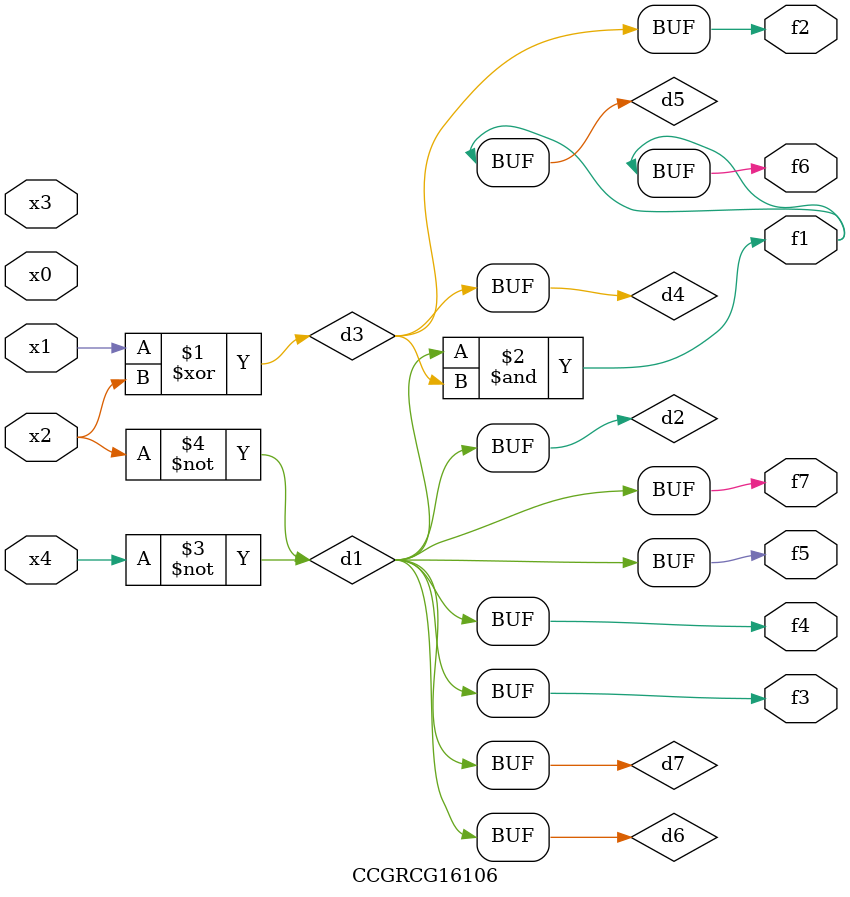
<source format=v>
module CCGRCG16106(
	input x0, x1, x2, x3, x4,
	output f1, f2, f3, f4, f5, f6, f7
);

	wire d1, d2, d3, d4, d5, d6, d7;

	not (d1, x4);
	not (d2, x2);
	xor (d3, x1, x2);
	buf (d4, d3);
	and (d5, d1, d3);
	buf (d6, d1, d2);
	buf (d7, d2);
	assign f1 = d5;
	assign f2 = d4;
	assign f3 = d7;
	assign f4 = d7;
	assign f5 = d7;
	assign f6 = d5;
	assign f7 = d7;
endmodule

</source>
